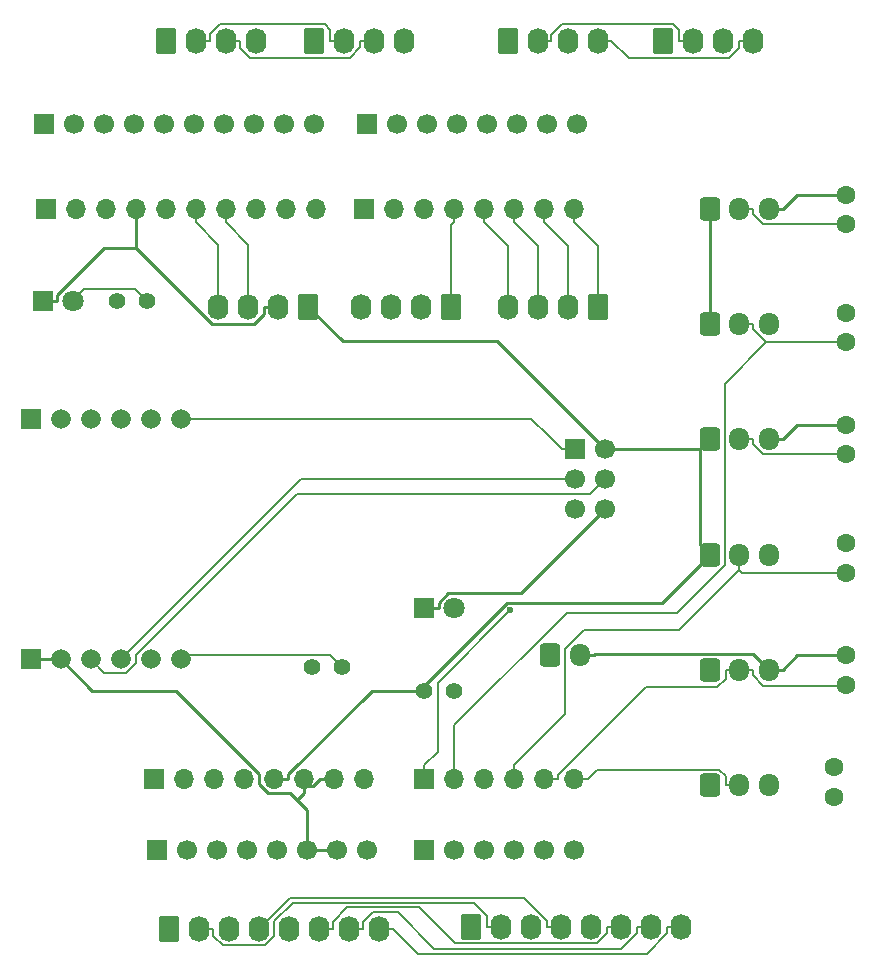
<source format=gbr>
%TF.GenerationSoftware,KiCad,Pcbnew,9.0.4*%
%TF.CreationDate,2025-10-04T10:08:01+10:00*%
%TF.ProjectId,Jet Ranger Test,4a657420-5261-46e6-9765-722054657374,rev?*%
%TF.SameCoordinates,Original*%
%TF.FileFunction,Copper,L2,Bot*%
%TF.FilePolarity,Positive*%
%FSLAX46Y46*%
G04 Gerber Fmt 4.6, Leading zero omitted, Abs format (unit mm)*
G04 Created by KiCad (PCBNEW 9.0.4) date 2025-10-04 10:08:01*
%MOMM*%
%LPD*%
G01*
G04 APERTURE LIST*
G04 Aperture macros list*
%AMRoundRect*
0 Rectangle with rounded corners*
0 $1 Rounding radius*
0 $2 $3 $4 $5 $6 $7 $8 $9 X,Y pos of 4 corners*
0 Add a 4 corners polygon primitive as box body*
4,1,4,$2,$3,$4,$5,$6,$7,$8,$9,$2,$3,0*
0 Add four circle primitives for the rounded corners*
1,1,$1+$1,$2,$3*
1,1,$1+$1,$4,$5*
1,1,$1+$1,$6,$7*
1,1,$1+$1,$8,$9*
0 Add four rect primitives between the rounded corners*
20,1,$1+$1,$2,$3,$4,$5,0*
20,1,$1+$1,$4,$5,$6,$7,0*
20,1,$1+$1,$6,$7,$8,$9,0*
20,1,$1+$1,$8,$9,$2,$3,0*%
G04 Aperture macros list end*
%TA.AperFunction,ComponentPad*%
%ADD10R,1.700000X1.700000*%
%TD*%
%TA.AperFunction,ComponentPad*%
%ADD11O,1.700000X1.700000*%
%TD*%
%TA.AperFunction,ComponentPad*%
%ADD12C,1.600000*%
%TD*%
%TA.AperFunction,ComponentPad*%
%ADD13RoundRect,0.250000X-0.600000X-0.725000X0.600000X-0.725000X0.600000X0.725000X-0.600000X0.725000X0*%
%TD*%
%TA.AperFunction,ComponentPad*%
%ADD14O,1.700000X1.950000*%
%TD*%
%TA.AperFunction,ComponentPad*%
%ADD15RoundRect,0.250000X-0.620000X-0.845000X0.620000X-0.845000X0.620000X0.845000X-0.620000X0.845000X0*%
%TD*%
%TA.AperFunction,ComponentPad*%
%ADD16O,1.740000X2.190000*%
%TD*%
%TA.AperFunction,ComponentPad*%
%ADD17C,1.700000*%
%TD*%
%TA.AperFunction,ComponentPad*%
%ADD18C,1.400000*%
%TD*%
%TA.AperFunction,ComponentPad*%
%ADD19RoundRect,0.250000X0.620000X0.845000X-0.620000X0.845000X-0.620000X-0.845000X0.620000X-0.845000X0*%
%TD*%
%TA.AperFunction,ComponentPad*%
%ADD20R,1.800000X1.800000*%
%TD*%
%TA.AperFunction,ComponentPad*%
%ADD21C,1.800000*%
%TD*%
%TA.AperFunction,ComponentPad*%
%ADD22R,1.665000X1.665000*%
%TD*%
%TA.AperFunction,ComponentPad*%
%ADD23C,1.665000*%
%TD*%
%TA.AperFunction,ViaPad*%
%ADD24C,0.600000*%
%TD*%
%TA.AperFunction,Conductor*%
%ADD25C,0.254000*%
%TD*%
%TA.AperFunction,Conductor*%
%ADD26C,0.200000*%
%TD*%
G04 APERTURE END LIST*
D10*
%TO.P,J1,1,Pin_1*%
%TO.N,unconnected-(J1-Pin_1-Pad1)*%
X127940000Y-97460000D03*
D11*
%TO.P,J1,2,Pin_2*%
%TO.N,/IOREF*%
X130480000Y-97460000D03*
%TO.P,J1,3,Pin_3*%
%TO.N,/~{RESET}*%
X133020000Y-97460000D03*
%TO.P,J1,4,Pin_4*%
%TO.N,+3V3*%
X135560000Y-97460000D03*
%TO.P,J1,5,Pin_5*%
%TO.N,+5V*%
X138100000Y-97460000D03*
%TO.P,J1,6,Pin_6*%
%TO.N,GND*%
X140640000Y-97460000D03*
%TO.P,J1,7,Pin_7*%
X143180000Y-97460000D03*
%TO.P,J1,8,Pin_8*%
%TO.N,VCC*%
X145720000Y-97460000D03*
%TD*%
D10*
%TO.P,J3,1,Pin_1*%
%TO.N,/A0*%
X150800000Y-97460000D03*
D11*
%TO.P,J3,2,Pin_2*%
%TO.N,/A1*%
X153340000Y-97460000D03*
%TO.P,J3,3,Pin_3*%
%TO.N,/A2*%
X155880000Y-97460000D03*
%TO.P,J3,4,Pin_4*%
%TO.N,/A3*%
X158420000Y-97460000D03*
%TO.P,J3,5,Pin_5*%
%TO.N,/A4*%
X160960000Y-97460000D03*
%TO.P,J3,6,Pin_6*%
%TO.N,/A5*%
X163500000Y-97460000D03*
%TD*%
D10*
%TO.P,J2,1,Pin_1*%
%TO.N,/A5*%
X118796000Y-49200000D03*
D11*
%TO.P,J2,2,Pin_2*%
%TO.N,/A4*%
X121336000Y-49200000D03*
%TO.P,J2,3,Pin_3*%
%TO.N,/AREF*%
X123876000Y-49200000D03*
%TO.P,J2,4,Pin_4*%
%TO.N,GND*%
X126416000Y-49200000D03*
%TO.P,J2,5,Pin_5*%
%TO.N,/13*%
X128956000Y-49200000D03*
%TO.P,J2,6,Pin_6*%
%TO.N,/12*%
X131496000Y-49200000D03*
%TO.P,J2,7,Pin_7*%
%TO.N,ES1_RST*%
X134036000Y-49200000D03*
%TO.P,J2,8,Pin_8*%
%TO.N,SS*%
X136576000Y-49200000D03*
%TO.P,J2,9,Pin_9*%
%TO.N,/\u002A9*%
X139116000Y-49200000D03*
%TO.P,J2,10,Pin_10*%
%TO.N,/8*%
X141656000Y-49200000D03*
%TD*%
D10*
%TO.P,J4,1,Pin_1*%
%TO.N,/7*%
X145720000Y-49200000D03*
D11*
%TO.P,J4,2,Pin_2*%
%TO.N,/\u002A6*%
X148260000Y-49200000D03*
%TO.P,J4,3,Pin_3*%
%TO.N,/\u002A5*%
X150800000Y-49200000D03*
%TO.P,J4,4,Pin_4*%
%TO.N,/4*%
X153340000Y-49200000D03*
%TO.P,J4,5,Pin_5*%
%TO.N,/\u002A3*%
X155880000Y-49200000D03*
%TO.P,J4,6,Pin_6*%
%TO.N,/2*%
X158420000Y-49200000D03*
%TO.P,J4,7,Pin_7*%
%TO.N,/COL2*%
X160960000Y-49200000D03*
%TO.P,J4,8,Pin_8*%
%TO.N,/COL1*%
X163500000Y-49200000D03*
%TD*%
D12*
%TO.P,C1,1*%
%TO.N,/A1*%
X186500000Y-60500000D03*
%TO.P,C1,2*%
%TO.N,GND*%
X186500000Y-58000000D03*
%TD*%
%TO.P,C4,1*%
%TO.N,/A3*%
X186500000Y-80000000D03*
%TO.P,C4,2*%
%TO.N,GND*%
X186500000Y-77500000D03*
%TD*%
D13*
%TO.P,J10,1,Pin_1*%
%TO.N,+5V*%
X175000000Y-88240000D03*
D14*
%TO.P,J10,2,Pin_2*%
%TO.N,/A4*%
X177500000Y-88240000D03*
%TO.P,J10,3,Pin_3*%
%TO.N,GND*%
X180000000Y-88240000D03*
%TD*%
D15*
%TO.P,J21,1,Pin_1*%
%TO.N,Net-(J20-Pin_1)*%
X157880000Y-35000000D03*
D16*
%TO.P,J21,2,Pin_2*%
%TO.N,Net-(J20-Pin_2)*%
X160420000Y-35000000D03*
%TO.P,J21,3,Pin_3*%
%TO.N,Net-(J20-Pin_3)*%
X162960000Y-35000000D03*
%TO.P,J21,4,Pin_4*%
%TO.N,Net-(J20-Pin_4)*%
X165500000Y-35000000D03*
%TD*%
D12*
%TO.P,C2,1*%
%TO.N,/A0*%
X186500000Y-50500000D03*
%TO.P,C2,2*%
%TO.N,GND*%
X186500000Y-48000000D03*
%TD*%
D15*
%TO.P,J20,1,Pin_1*%
%TO.N,Net-(J20-Pin_1)*%
X171000000Y-35000000D03*
D16*
%TO.P,J20,2,Pin_2*%
%TO.N,Net-(J20-Pin_2)*%
X173540000Y-35000000D03*
%TO.P,J20,3,Pin_3*%
%TO.N,Net-(J20-Pin_3)*%
X176080000Y-35000000D03*
%TO.P,J20,4,Pin_4*%
%TO.N,Net-(J20-Pin_4)*%
X178620000Y-35000000D03*
%TD*%
D10*
%TO.P,J16,1,Pin_1*%
%TO.N,/A0*%
X150800000Y-103500000D03*
D17*
%TO.P,J16,2,Pin_2*%
%TO.N,/A1*%
X153340000Y-103500000D03*
%TO.P,J16,3,Pin_3*%
%TO.N,/A2*%
X155880000Y-103500000D03*
%TO.P,J16,4,Pin_4*%
%TO.N,/A3*%
X158420000Y-103500000D03*
%TO.P,J16,5,Pin_5*%
%TO.N,/A4*%
X160960000Y-103500000D03*
%TO.P,J16,6,Pin_6*%
%TO.N,/A5*%
X163500000Y-103500000D03*
%TD*%
D15*
%TO.P,J22,1,Pin_1*%
%TO.N,Net-(J22-Pin_1)*%
X128960000Y-35000000D03*
D16*
%TO.P,J22,2,Pin_2*%
%TO.N,Net-(J22-Pin_2)*%
X131500000Y-35000000D03*
%TO.P,J22,3,Pin_3*%
%TO.N,Net-(J22-Pin_3)*%
X134040000Y-35000000D03*
%TO.P,J22,4,Pin_4*%
%TO.N,Net-(J22-Pin_4)*%
X136580000Y-35000000D03*
%TD*%
D18*
%TO.P,R2,1*%
%TO.N,+5V*%
X150800000Y-90000000D03*
%TO.P,R2,2*%
%TO.N,Net-(D2-A)*%
X153340000Y-90000000D03*
%TD*%
D19*
%TO.P,J11,1,Pin_1*%
%TO.N,/4*%
X153080000Y-57500000D03*
D16*
%TO.P,J11,2,Pin_2*%
%TO.N,/\u002A5*%
X150540000Y-57500000D03*
%TO.P,J11,3,Pin_3*%
%TO.N,/\u002A6*%
X148000000Y-57500000D03*
%TO.P,J11,4,Pin_4*%
%TO.N,/7*%
X145460000Y-57500000D03*
%TD*%
D13*
%TO.P,J8,1,Pin_1*%
%TO.N,+5V*%
X175000000Y-68720000D03*
D14*
%TO.P,J8,2,Pin_2*%
%TO.N,/A2*%
X177500000Y-68720000D03*
%TO.P,J8,3,Pin_3*%
%TO.N,GND*%
X180000000Y-68720000D03*
%TD*%
D20*
%TO.P,D2,1,K*%
%TO.N,GND*%
X150800000Y-83000000D03*
D21*
%TO.P,D2,2,A*%
%TO.N,Net-(D2-A)*%
X153340000Y-83000000D03*
%TD*%
D13*
%TO.P,J18,1,Pin_1*%
%TO.N,+5V*%
X175000000Y-98000000D03*
D14*
%TO.P,J18,2,Pin_2*%
%TO.N,/A5*%
X177500000Y-98000000D03*
%TO.P,J18,3,Pin_3*%
%TO.N,GND*%
X180000000Y-98000000D03*
%TD*%
D18*
%TO.P,R25,1*%
%TO.N,+3V3*%
X141280000Y-88000000D03*
%TO.P,R25,2*%
%TO.N,Net-(U2-INT)*%
X143820000Y-88000000D03*
%TD*%
D13*
%TO.P,J6,1,Pin_1*%
%TO.N,+5V*%
X175000000Y-58960000D03*
D14*
%TO.P,J6,2,Pin_2*%
%TO.N,/A1*%
X177500000Y-58960000D03*
%TO.P,J6,3,Pin_3*%
%TO.N,GND*%
X180000000Y-58960000D03*
%TD*%
D10*
%TO.P,J5,1,Pin_1*%
%TO.N,MISO*%
X163624700Y-69552200D03*
D17*
%TO.P,J5,2,Pin_2*%
%TO.N,+5V*%
X166164700Y-69552200D03*
%TO.P,J5,3,Pin_3*%
%TO.N,SCLK*%
X163624700Y-72092200D03*
%TO.P,J5,4,Pin_4*%
%TO.N,MOSI*%
X166164700Y-72092200D03*
%TO.P,J5,5,Pin_5*%
%TO.N,unconnected-(J5-Pin_5-Pad5)*%
X163624700Y-74632200D03*
%TO.P,J5,6,Pin_6*%
%TO.N,GND*%
X166164700Y-74632200D03*
%TD*%
D13*
%TO.P,J9,1,Pin_1*%
%TO.N,+5V*%
X175000000Y-78480000D03*
D14*
%TO.P,J9,2,Pin_2*%
%TO.N,/A3*%
X177500000Y-78480000D03*
%TO.P,J9,3,Pin_3*%
%TO.N,GND*%
X180000000Y-78480000D03*
%TD*%
D12*
%TO.P,C3,1*%
%TO.N,/A2*%
X186500000Y-70000000D03*
%TO.P,C3,2*%
%TO.N,GND*%
X186500000Y-67500000D03*
%TD*%
D13*
%TO.P,J13,1,Pin_1*%
%TO.N,/8*%
X161500000Y-87000000D03*
D14*
%TO.P,J13,2,Pin_2*%
%TO.N,GND*%
X164000000Y-87000000D03*
%TD*%
D15*
%TO.P,J25,1,Pin_1*%
%TO.N,Net-(J24-Pin_1)*%
X154760000Y-110000000D03*
D16*
%TO.P,J25,2,Pin_2*%
%TO.N,Net-(J24-Pin_2)*%
X157300000Y-110000000D03*
%TO.P,J25,3,Pin_3*%
%TO.N,Net-(J24-Pin_3)*%
X159840000Y-110000000D03*
%TO.P,J25,4,Pin_4*%
%TO.N,Net-(J24-Pin_4)*%
X162380000Y-110000000D03*
%TO.P,J25,5,Pin_5*%
%TO.N,Net-(J24-Pin_5)*%
X164920000Y-110000000D03*
%TO.P,J25,6,Pin_6*%
%TO.N,Net-(J24-Pin_6)*%
X167460000Y-110000000D03*
%TO.P,J25,7,Pin_7*%
%TO.N,Net-(J24-Pin_7)*%
X170000000Y-110000000D03*
%TO.P,J25,8,Pin_8*%
%TO.N,Net-(J24-Pin_8)*%
X172540000Y-110000000D03*
%TD*%
D15*
%TO.P,J23,1,Pin_1*%
%TO.N,Net-(J22-Pin_1)*%
X141500000Y-35000000D03*
D16*
%TO.P,J23,2,Pin_2*%
%TO.N,Net-(J22-Pin_2)*%
X144040000Y-35000000D03*
%TO.P,J23,3,Pin_3*%
%TO.N,Net-(J22-Pin_3)*%
X146580000Y-35000000D03*
%TO.P,J23,4,Pin_4*%
%TO.N,Net-(J22-Pin_4)*%
X149120000Y-35000000D03*
%TD*%
D22*
%TO.P,U2,A1,GND_1*%
%TO.N,GND*%
X117500000Y-87320000D03*
D23*
%TO.P,U2,A2,GND_2*%
X120040000Y-87320000D03*
%TO.P,U2,A3,MOSI*%
%TO.N,MOSI*%
X122580000Y-87320000D03*
%TO.P,U2,A4,SCLK*%
%TO.N,SCLK*%
X125120000Y-87320000D03*
%TO.P,U2,A5,CS*%
%TO.N,SS*%
X127660000Y-87320000D03*
%TO.P,U2,A6,INT*%
%TO.N,Net-(U2-INT)*%
X130200000Y-87320000D03*
D22*
%TO.P,U2,B1,GND_3*%
%TO.N,GND*%
X117500000Y-67000000D03*
D23*
%TO.P,U2,B2,3V3_1*%
%TO.N,+3V3*%
X120040000Y-67000000D03*
%TO.P,U2,B3,3V3_2*%
X122580000Y-67000000D03*
%TO.P,U2,B4,NC*%
%TO.N,unconnected-(U2-NC-PadB4)*%
X125120000Y-67000000D03*
%TO.P,U2,B5,RST*%
%TO.N,ES1_RST*%
X127660000Y-67000000D03*
%TO.P,U2,B6,MISO*%
%TO.N,MISO*%
X130200000Y-67000000D03*
%TD*%
D12*
%TO.P,C5,1*%
%TO.N,/A4*%
X186500000Y-89500000D03*
%TO.P,C5,2*%
%TO.N,GND*%
X186500000Y-87000000D03*
%TD*%
%TO.P,C6,1*%
%TO.N,/A5*%
X185500000Y-99000000D03*
%TO.P,C6,2*%
%TO.N,GND*%
X185500000Y-96500000D03*
%TD*%
D10*
%TO.P,J14,1,Pin_1*%
%TO.N,/7*%
X146000000Y-42000000D03*
D17*
%TO.P,J14,2,Pin_2*%
%TO.N,/\u002A6*%
X148540000Y-42000000D03*
%TO.P,J14,3,Pin_3*%
%TO.N,/\u002A5*%
X151080000Y-42000000D03*
%TO.P,J14,4,Pin_4*%
%TO.N,/4*%
X153620000Y-42000000D03*
%TO.P,J14,5,Pin_5*%
%TO.N,/\u002A3*%
X156160000Y-42000000D03*
%TO.P,J14,6,Pin_6*%
%TO.N,/2*%
X158700000Y-42000000D03*
%TO.P,J14,7,Pin_7*%
%TO.N,/COL2*%
X161240000Y-42000000D03*
%TO.P,J14,8,Pin_8*%
%TO.N,/COL1*%
X163780000Y-42000000D03*
%TD*%
D13*
%TO.P,J7,1,Pin_1*%
%TO.N,+5V*%
X175000000Y-49200000D03*
D14*
%TO.P,J7,2,Pin_2*%
%TO.N,/A0*%
X177500000Y-49200000D03*
%TO.P,J7,3,Pin_3*%
%TO.N,GND*%
X180000000Y-49200000D03*
%TD*%
D18*
%TO.P,R1,1*%
%TO.N,/13*%
X124780000Y-57000000D03*
%TO.P,R1,2*%
%TO.N,Net-(D1-A)*%
X127320000Y-57000000D03*
%TD*%
D19*
%TO.P,J12,1,Pin_1*%
%TO.N,/COL1*%
X165540000Y-57500000D03*
D16*
%TO.P,J12,2,Pin_2*%
%TO.N,/COL2*%
X163000000Y-57500000D03*
%TO.P,J12,3,Pin_3*%
%TO.N,/2*%
X160460000Y-57500000D03*
%TO.P,J12,4,Pin_4*%
%TO.N,/\u002A3*%
X157920000Y-57500000D03*
%TD*%
D19*
%TO.P,J19,1,Pin_1*%
%TO.N,+5V*%
X141000000Y-57500000D03*
D16*
%TO.P,J19,2,Pin_2*%
%TO.N,GND*%
X138460000Y-57500000D03*
%TO.P,J19,3,Pin_3*%
%TO.N,ES1_RST*%
X135920000Y-57500000D03*
%TO.P,J19,4,Pin_4*%
%TO.N,/12*%
X133380000Y-57500000D03*
%TD*%
D15*
%TO.P,J24,1,Pin_1*%
%TO.N,Net-(J24-Pin_1)*%
X129220000Y-110150000D03*
D16*
%TO.P,J24,2,Pin_2*%
%TO.N,Net-(J24-Pin_2)*%
X131760000Y-110150000D03*
%TO.P,J24,3,Pin_3*%
%TO.N,Net-(J24-Pin_3)*%
X134300000Y-110150000D03*
%TO.P,J24,4,Pin_4*%
%TO.N,Net-(J24-Pin_4)*%
X136840000Y-110150000D03*
%TO.P,J24,5,Pin_5*%
%TO.N,Net-(J24-Pin_5)*%
X139380000Y-110150000D03*
%TO.P,J24,6,Pin_6*%
%TO.N,Net-(J24-Pin_6)*%
X141920000Y-110150000D03*
%TO.P,J24,7,Pin_7*%
%TO.N,Net-(J24-Pin_7)*%
X144460000Y-110150000D03*
%TO.P,J24,8,Pin_8*%
%TO.N,Net-(J24-Pin_8)*%
X147000000Y-110150000D03*
%TD*%
D20*
%TO.P,D1,1,K*%
%TO.N,GND*%
X118500000Y-57000000D03*
D21*
%TO.P,D1,2,A*%
%TO.N,Net-(D1-A)*%
X121040000Y-57000000D03*
%TD*%
D10*
%TO.P,J15,1,Pin_1*%
%TO.N,/A5*%
X118640000Y-42000000D03*
D17*
%TO.P,J15,2,Pin_2*%
%TO.N,/A4*%
X121180000Y-42000000D03*
%TO.P,J15,3,Pin_3*%
%TO.N,/AREF*%
X123720000Y-42000000D03*
%TO.P,J15,4,Pin_4*%
%TO.N,GND*%
X126260000Y-42000000D03*
%TO.P,J15,5,Pin_5*%
%TO.N,/13*%
X128800000Y-42000000D03*
%TO.P,J15,6,Pin_6*%
%TO.N,/12*%
X131340000Y-42000000D03*
%TO.P,J15,7,Pin_7*%
%TO.N,ES1_RST*%
X133880000Y-42000000D03*
%TO.P,J15,8,Pin_8*%
%TO.N,SS*%
X136420000Y-42000000D03*
%TO.P,J15,9,Pin_9*%
%TO.N,/\u002A9*%
X138960000Y-42000000D03*
%TO.P,J15,10,Pin_10*%
%TO.N,/8*%
X141500000Y-42000000D03*
%TD*%
D10*
%TO.P,J17,1,Pin_1*%
%TO.N,unconnected-(J17-Pin_1-Pad1)*%
X128220000Y-103500000D03*
D17*
%TO.P,J17,2,Pin_2*%
%TO.N,/IOREF*%
X130760000Y-103500000D03*
%TO.P,J17,3,Pin_3*%
%TO.N,/~{RESET}*%
X133300000Y-103500000D03*
%TO.P,J17,4,Pin_4*%
%TO.N,+3V3*%
X135840000Y-103500000D03*
%TO.P,J17,5,Pin_5*%
%TO.N,+5V*%
X138380000Y-103500000D03*
%TO.P,J17,6,Pin_6*%
%TO.N,GND*%
X140920000Y-103500000D03*
%TO.P,J17,7,Pin_7*%
X143460000Y-103500000D03*
%TO.P,J17,8,Pin_8*%
%TO.N,VCC*%
X146000000Y-103500000D03*
%TD*%
D24*
%TO.N,/A0*%
X158119500Y-83180300D03*
%TD*%
D25*
%TO.N,GND*%
X152030300Y-83000000D02*
X152030300Y-82538500D01*
X152799100Y-81769700D02*
X159027200Y-81769700D01*
X140033200Y-99247100D02*
X140920000Y-100134000D01*
X138460000Y-57500000D02*
X137259700Y-57500000D01*
X126416000Y-52527900D02*
X123741000Y-52527900D01*
X129781200Y-90000200D02*
X136830000Y-97049000D01*
X186500000Y-67500000D02*
X182400300Y-67500000D01*
X137259700Y-57500000D02*
X137259700Y-58100100D01*
X119730300Y-56538600D02*
X119730300Y-57000000D01*
X126416000Y-52527900D02*
X126416000Y-49200000D01*
X123741000Y-52527900D02*
X119730300Y-56538600D01*
X143460000Y-103500000D02*
X140920000Y-103500000D01*
X159027200Y-81769700D02*
X166164700Y-74632200D01*
X139443000Y-98657000D02*
X140033200Y-99247100D01*
X178693600Y-86933600D02*
X180000000Y-88240000D01*
X140640000Y-97460000D02*
X140640000Y-98050100D01*
X186500000Y-48000000D02*
X182380300Y-48000000D01*
X136830000Y-97049000D02*
X136830000Y-97885400D01*
X118500000Y-57000000D02*
X119730300Y-57000000D01*
X182400300Y-67500000D02*
X181180300Y-68720000D01*
X140640000Y-98050100D02*
X141409600Y-98050100D01*
X117500000Y-87320000D02*
X120040000Y-87320000D01*
X182380300Y-48000000D02*
X181180300Y-49200000D01*
X165180300Y-87000000D02*
X165246700Y-86933600D01*
X141409600Y-98050100D02*
X141999700Y-97460000D01*
X143180000Y-97460000D02*
X141999700Y-97460000D01*
X180000000Y-68720000D02*
X181180300Y-68720000D01*
X132822400Y-58934300D02*
X126416000Y-52527900D01*
X165246700Y-86933600D02*
X178693600Y-86933600D01*
X122720200Y-90000200D02*
X129781200Y-90000200D01*
X186500000Y-87000000D02*
X182420300Y-87000000D01*
X140033200Y-99247100D02*
X140640000Y-98640300D01*
X164000000Y-87000000D02*
X165180300Y-87000000D01*
X182420300Y-87000000D02*
X181180300Y-88240000D01*
X180000000Y-88240000D02*
X181180300Y-88240000D01*
X120040000Y-87320000D02*
X122720200Y-90000200D01*
X152030300Y-82538500D02*
X152799100Y-81769700D01*
X180000000Y-49200000D02*
X181180300Y-49200000D01*
X150800000Y-83000000D02*
X152030300Y-83000000D01*
X140640000Y-98050100D02*
X140640000Y-98640300D01*
X136425500Y-58934300D02*
X132822400Y-58934300D01*
X137601600Y-98657000D02*
X139443000Y-98657000D01*
X140920000Y-100134000D02*
X140920000Y-103500000D01*
X136830000Y-97885400D02*
X137601600Y-98657000D01*
X137259700Y-58100100D02*
X136425500Y-58934300D01*
%TO.N,+5V*%
X150800000Y-90000000D02*
X150800000Y-89608500D01*
X175000000Y-78480000D02*
X174167800Y-77647800D01*
X170930000Y-82550000D02*
X175000000Y-78480000D01*
X166164700Y-69552200D02*
X157022100Y-60409600D01*
X138100000Y-97460000D02*
X139280300Y-97460000D01*
X143909600Y-60409600D02*
X141000000Y-57500000D01*
X174167800Y-77647800D02*
X174167800Y-69552200D01*
X150800000Y-89608500D02*
X157858500Y-82550000D01*
X146371500Y-90000000D02*
X150800000Y-90000000D01*
X157858500Y-82550000D02*
X170930000Y-82550000D01*
X139280300Y-97460000D02*
X139280300Y-97091200D01*
X175000000Y-49200000D02*
X175000000Y-58960000D01*
X139280300Y-97091200D02*
X146371500Y-90000000D01*
X157022100Y-60409600D02*
X143909600Y-60409600D01*
X174167800Y-69552200D02*
X166164700Y-69552200D01*
X174167800Y-69552200D02*
X175000000Y-68720000D01*
D26*
%TO.N,/A0*%
X151953300Y-89346500D02*
X158119500Y-83180300D01*
X151953300Y-95153400D02*
X151953300Y-89346500D01*
X150800000Y-96306700D02*
X151953300Y-95153400D01*
X179520800Y-50500000D02*
X186500000Y-50500000D01*
X178653300Y-49632500D02*
X179520800Y-50500000D01*
X150800000Y-97460000D02*
X150800000Y-96306700D01*
X178653300Y-49200000D02*
X178653300Y-49632500D01*
X177500000Y-49200000D02*
X178653300Y-49200000D01*
%TO.N,/A1*%
X177500000Y-58960000D02*
X178653300Y-58960000D01*
X162875700Y-83406600D02*
X153340000Y-92942300D01*
X153340000Y-92942300D02*
X153340000Y-97460000D01*
X176250500Y-64010300D02*
X176250500Y-79387200D01*
X179760800Y-60500000D02*
X176250500Y-64010300D01*
X176250500Y-79387200D02*
X172231100Y-83406600D01*
X179760800Y-60500000D02*
X186500000Y-60500000D01*
X178653300Y-59392500D02*
X179760800Y-60500000D01*
X178653300Y-58960000D02*
X178653300Y-59392500D01*
X172231100Y-83406600D02*
X162875700Y-83406600D01*
%TO.N,/A2*%
X178653300Y-68720000D02*
X178653300Y-69152500D01*
X177500000Y-68720000D02*
X178653300Y-68720000D01*
X178653300Y-69152500D02*
X179500800Y-70000000D01*
X179500800Y-70000000D02*
X186500000Y-70000000D01*
%TO.N,/A3*%
X164307200Y-84906400D02*
X172351900Y-84906400D01*
X172351900Y-84906400D02*
X177500000Y-79758300D01*
X162750500Y-86463100D02*
X164307200Y-84906400D01*
X162750500Y-91976200D02*
X162750500Y-86463100D01*
X186500000Y-80000000D02*
X177741700Y-80000000D01*
X177741700Y-80000000D02*
X177500000Y-79758300D01*
X158420000Y-96306700D02*
X162750500Y-91976200D01*
X177500000Y-78480000D02*
X177500000Y-79758300D01*
X158420000Y-97460000D02*
X158420000Y-96306700D01*
%TO.N,/4*%
X153080000Y-50613300D02*
X153080000Y-57500000D01*
X153340000Y-50353300D02*
X153080000Y-50613300D01*
X153340000Y-49200000D02*
X153340000Y-50353300D01*
%TO.N,/2*%
X158420000Y-49200000D02*
X158420000Y-50353300D01*
X158420000Y-50353300D02*
X160460000Y-52393300D01*
X160460000Y-52393300D02*
X160460000Y-57500000D01*
%TO.N,/\u002A3*%
X155880000Y-49200000D02*
X155880000Y-50353300D01*
X155880000Y-50353300D02*
X157920000Y-52393300D01*
X157920000Y-52393300D02*
X157920000Y-57500000D01*
%TO.N,MOSI*%
X164894700Y-73362200D02*
X166164700Y-72092200D01*
X122580000Y-87320000D02*
X123744200Y-88484200D01*
X123744200Y-88484200D02*
X125565300Y-88484200D01*
X126390000Y-87659500D02*
X126390000Y-86977700D01*
X126390000Y-86977700D02*
X140005500Y-73362200D01*
X140005500Y-73362200D02*
X164894700Y-73362200D01*
X125565300Y-88484200D02*
X126390000Y-87659500D01*
%TO.N,MISO*%
X161397700Y-68478500D02*
X162471400Y-69552200D01*
X161379600Y-68478400D02*
X161383200Y-68478400D01*
X159901200Y-67000000D02*
X161379600Y-68478400D01*
X163624700Y-69552200D02*
X162471400Y-69552200D01*
X161383300Y-68478500D02*
X161397700Y-68478500D01*
X130200000Y-67000000D02*
X159901200Y-67000000D01*
X161383200Y-68478400D02*
X161383300Y-68478500D01*
%TO.N,Net-(U2-INT)*%
X130533300Y-86986700D02*
X142806700Y-86986700D01*
X130200000Y-87320000D02*
X130533300Y-86986700D01*
X142806700Y-86986700D02*
X143820000Y-88000000D01*
%TO.N,SCLK*%
X125120000Y-87320000D02*
X140347800Y-72092200D01*
X140347800Y-72092200D02*
X163624700Y-72092200D01*
%TO.N,ES1_RST*%
X134036000Y-50353300D02*
X135920000Y-52237300D01*
X134036000Y-49200000D02*
X134036000Y-50353300D01*
X135920000Y-52237300D02*
X135920000Y-57500000D01*
%TO.N,/12*%
X133380000Y-52237300D02*
X133380000Y-57500000D01*
X131496000Y-49200000D02*
X131496000Y-50353300D01*
X131496000Y-50353300D02*
X133380000Y-52237300D01*
%TO.N,/A4*%
X162113300Y-97460000D02*
X162113300Y-97171700D01*
X186500000Y-89500000D02*
X186419200Y-89580800D01*
X160960000Y-97460000D02*
X162113300Y-97460000D01*
X177500000Y-88240000D02*
X176346700Y-88240000D01*
X169558400Y-89726600D02*
X175628400Y-89726600D01*
X179541900Y-89580800D02*
X178653300Y-88692200D01*
X178653300Y-88692200D02*
X178653300Y-88240000D01*
X175628400Y-89726600D02*
X176346700Y-89008300D01*
X177500000Y-88240000D02*
X178653300Y-88240000D01*
X176346700Y-89008300D02*
X176346700Y-88240000D01*
X162113300Y-97171700D02*
X169558400Y-89726600D01*
X186419200Y-89580800D02*
X179541900Y-89580800D01*
%TO.N,/COL2*%
X160960000Y-50353300D02*
X163000000Y-52393300D01*
X160960000Y-49200000D02*
X160960000Y-50353300D01*
X163000000Y-52393300D02*
X163000000Y-57500000D01*
%TO.N,/COL1*%
X163500000Y-49200000D02*
X163500000Y-50353300D01*
X163500000Y-50353300D02*
X165540000Y-52393300D01*
X165540000Y-52393300D02*
X165540000Y-57500000D01*
%TO.N,Net-(D1-A)*%
X122047500Y-55992500D02*
X126312500Y-55992500D01*
X121040000Y-57000000D02*
X122047500Y-55992500D01*
X126312500Y-55992500D02*
X127320000Y-57000000D01*
%TO.N,/A5*%
X175805900Y-96690900D02*
X176346700Y-97231700D01*
X165422400Y-96690900D02*
X175805900Y-96690900D01*
X176346700Y-97231700D02*
X176346700Y-98000000D01*
X177500000Y-98000000D02*
X176346700Y-98000000D01*
X163500000Y-97460000D02*
X164653300Y-97460000D01*
X164653300Y-97460000D02*
X165422400Y-96690900D01*
%TO.N,Net-(J20-Pin_4)*%
X168123300Y-36450000D02*
X166673300Y-35000000D01*
X178620000Y-35000000D02*
X177446700Y-35000000D01*
X177446700Y-35000000D02*
X177446700Y-35586600D01*
X165500000Y-35000000D02*
X166673300Y-35000000D01*
X176583300Y-36450000D02*
X168123300Y-36450000D01*
X177446700Y-35586600D02*
X176583300Y-36450000D01*
%TO.N,Net-(J20-Pin_2)*%
X162466000Y-33593900D02*
X161593300Y-34466600D01*
X171913900Y-33593900D02*
X162466000Y-33593900D01*
X172366700Y-34046700D02*
X171913900Y-33593900D01*
X172366700Y-35000000D02*
X172366700Y-34046700D01*
X161593300Y-34466600D02*
X161593300Y-35000000D01*
X160420000Y-35000000D02*
X161593300Y-35000000D01*
X173540000Y-35000000D02*
X172366700Y-35000000D01*
%TO.N,Net-(J22-Pin_2)*%
X133490200Y-33596500D02*
X142405400Y-33596500D01*
X144040000Y-35000000D02*
X142866700Y-35000000D01*
X142866700Y-34057800D02*
X142866700Y-35000000D01*
X132673300Y-35000000D02*
X132673300Y-34413400D01*
X142405400Y-33596500D02*
X142866700Y-34057800D01*
X131500000Y-35000000D02*
X132673300Y-35000000D01*
X132673300Y-34413400D02*
X133490200Y-33596500D01*
%TO.N,Net-(J22-Pin_3)*%
X134040000Y-35000000D02*
X135213300Y-35000000D01*
X145406700Y-35533400D02*
X145406700Y-35000000D01*
X135213300Y-35586600D02*
X136047000Y-36420300D01*
X135213300Y-35000000D02*
X135213300Y-35586600D01*
X146580000Y-35000000D02*
X145406700Y-35000000D01*
X136047000Y-36420300D02*
X144519800Y-36420300D01*
X144519800Y-36420300D02*
X145406700Y-35533400D01*
%TO.N,Net-(J24-Pin_6)*%
X150403200Y-108344700D02*
X153462500Y-111404000D01*
X144312000Y-108344700D02*
X150403200Y-108344700D01*
X166286700Y-110533400D02*
X166286700Y-110000000D01*
X143093300Y-109563400D02*
X144312000Y-108344700D01*
X143093300Y-110150000D02*
X143093300Y-109563400D01*
X167460000Y-110000000D02*
X166286700Y-110000000D01*
X165416100Y-111404000D02*
X166286700Y-110533400D01*
X141920000Y-110150000D02*
X143093300Y-110150000D01*
X153462500Y-111404000D02*
X165416100Y-111404000D01*
%TO.N,Net-(J24-Pin_2)*%
X156126700Y-109057800D02*
X156126700Y-110000000D01*
X155007300Y-107938400D02*
X156126700Y-109057800D01*
X131760000Y-110150000D02*
X132933300Y-110150000D01*
X157300000Y-110000000D02*
X156126700Y-110000000D01*
X132933300Y-110736600D02*
X133760600Y-111563900D01*
X132933300Y-110150000D02*
X132933300Y-110736600D01*
X138110000Y-110779100D02*
X138110000Y-109533500D01*
X139705100Y-107938400D02*
X155007300Y-107938400D01*
X133760600Y-111563900D02*
X137325200Y-111563900D01*
X138110000Y-109533500D02*
X139705100Y-107938400D01*
X137325200Y-111563900D02*
X138110000Y-110779100D01*
%TO.N,Net-(J24-Pin_4)*%
X159262200Y-107522100D02*
X161206700Y-109466600D01*
X139467900Y-107522100D02*
X159262200Y-107522100D01*
X161206700Y-109466600D02*
X161206700Y-110000000D01*
X136840000Y-110150000D02*
X139467900Y-107522100D01*
X162380000Y-110000000D02*
X161206700Y-110000000D01*
%TO.N,Net-(J24-Pin_7)*%
X146448600Y-108748100D02*
X148587200Y-108748100D01*
X168826700Y-110533400D02*
X168826700Y-110000000D01*
X145633300Y-110150000D02*
X145633300Y-109563400D01*
X148587200Y-108748100D02*
X151684200Y-111845100D01*
X167515000Y-111845100D02*
X168826700Y-110533400D01*
X144460000Y-110150000D02*
X145633300Y-110150000D01*
X145633300Y-109563400D02*
X146448600Y-108748100D01*
X151684200Y-111845100D02*
X167515000Y-111845100D01*
X170000000Y-110000000D02*
X168826700Y-110000000D01*
%TO.N,Net-(J24-Pin_8)*%
X171366700Y-110533400D02*
X171366700Y-110000000D01*
X150280000Y-112256700D02*
X169643400Y-112256700D01*
X172540000Y-110000000D02*
X171366700Y-110000000D01*
X148173300Y-110150000D02*
X150280000Y-112256700D01*
X147000000Y-110150000D02*
X148173300Y-110150000D01*
X169643400Y-112256700D02*
X171366700Y-110533400D01*
%TD*%
M02*

</source>
